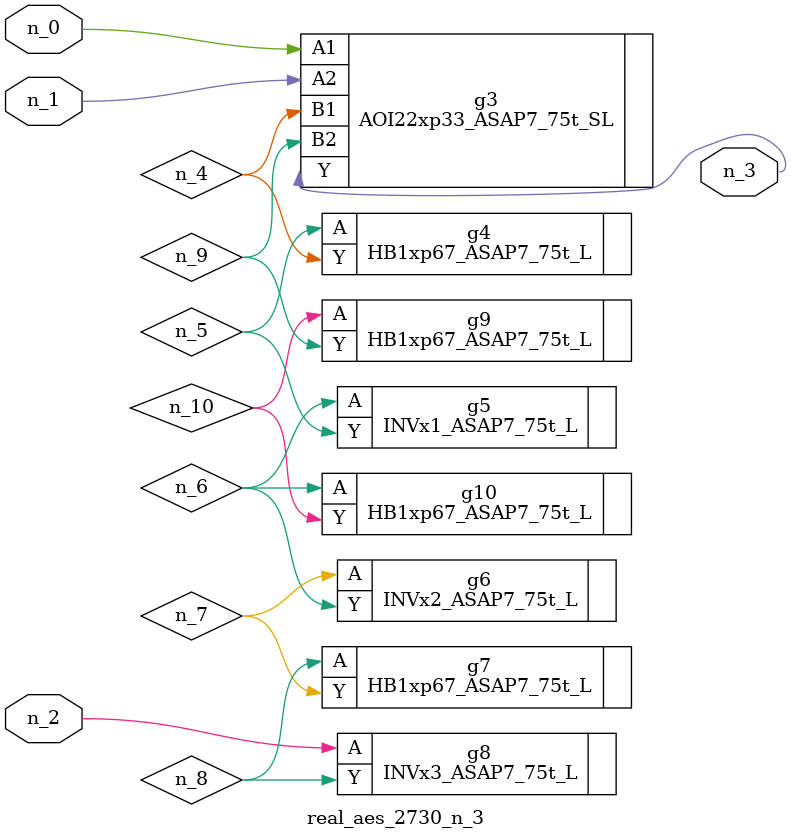
<source format=v>
module real_aes_2730_n_3 (n_0, n_2, n_1, n_3);
input n_0;
input n_2;
input n_1;
output n_3;
wire n_4;
wire n_5;
wire n_7;
wire n_9;
wire n_6;
wire n_8;
wire n_10;
AOI22xp33_ASAP7_75t_SL g3 ( .A1(n_0), .A2(n_1), .B1(n_4), .B2(n_9), .Y(n_3) );
INVx3_ASAP7_75t_L g8 ( .A(n_2), .Y(n_8) );
HB1xp67_ASAP7_75t_L g4 ( .A(n_5), .Y(n_4) );
INVx1_ASAP7_75t_L g5 ( .A(n_6), .Y(n_5) );
HB1xp67_ASAP7_75t_L g10 ( .A(n_6), .Y(n_10) );
INVx2_ASAP7_75t_L g6 ( .A(n_7), .Y(n_6) );
HB1xp67_ASAP7_75t_L g7 ( .A(n_8), .Y(n_7) );
HB1xp67_ASAP7_75t_L g9 ( .A(n_10), .Y(n_9) );
endmodule
</source>
